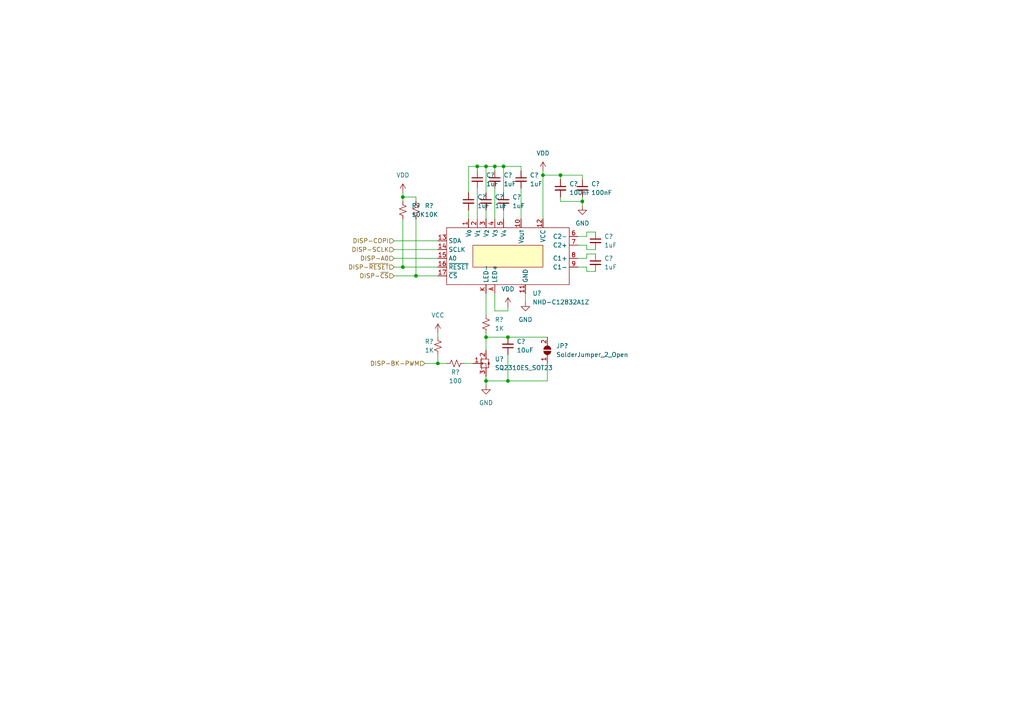
<source format=kicad_sch>
(kicad_sch (version 20211123) (generator eeschema)

  (uuid 20000b9b-92da-4263-a87a-2972e4486b2e)

  (paper "A4")

  (lib_symbols
    (symbol "Daxxn_Displays:NHD-C12832A1Z" (in_bom yes) (on_board yes)
      (property "Reference" "U" (id 0) (at 12.7 8.89 0)
        (effects (font (size 1.27 1.27)) (justify left))
      )
      (property "Value" "NHD-C12832A1Z" (id 1) (at 12.7 11.43 0)
        (effects (font (size 1.27 1.27)) (justify left))
      )
      (property "Footprint" "Daxxn_Displays:NHD-C12832A1Z" (id 2) (at 0 24.13 0)
        (effects (font (size 1.27 1.27)) hide)
      )
      (property "Datasheet" "C:\\Users\\Daxxn\\Documents\\Electrical\\Datasheets\\NHD-C12832A1Z.pdf" (id 3) (at 0 21.59 0)
        (effects (font (size 1.27 1.27)) hide)
      )
      (property "ki_keywords" "display lcd 3in" (id 4) (at 0 0 0)
        (effects (font (size 1.27 1.27)) hide)
      )
      (property "ki_description" "3in LCD Dot-Matrix Display" (id 5) (at 0 0 0)
        (effects (font (size 1.27 1.27)) hide)
      )
      (symbol "NHD-C12832A1Z_0_0"
        (pin power_in line (at -11.43 10.16 270) (length 2.54)
          (name "V_{0}" (effects (font (size 1.27 1.27))))
          (number "1" (effects (font (size 1.27 1.27))))
        )
        (pin power_in line (at 3.81 10.16 270) (length 2.54)
          (name "V_{OUT}" (effects (font (size 1.27 1.27))))
          (number "10" (effects (font (size 1.27 1.27))))
        )
        (pin power_in line (at 5.08 -11.43 90) (length 2.54)
          (name "GND" (effects (font (size 1.27 1.27))))
          (number "11" (effects (font (size 1.27 1.27))))
        )
        (pin power_in line (at 10.16 10.16 270) (length 2.54)
          (name "VCC" (effects (font (size 1.27 1.27))))
          (number "12" (effects (font (size 1.27 1.27))))
        )
        (pin bidirectional line (at -20.32 3.81 0) (length 2.54)
          (name "SDA" (effects (font (size 1.27 1.27))))
          (number "13" (effects (font (size 1.27 1.27))))
        )
        (pin input line (at -20.32 1.27 0) (length 2.54)
          (name "SCLK" (effects (font (size 1.27 1.27))))
          (number "14" (effects (font (size 1.27 1.27))))
        )
        (pin input line (at -20.32 -1.27 0) (length 2.54)
          (name "A0" (effects (font (size 1.27 1.27))))
          (number "15" (effects (font (size 1.27 1.27))))
        )
        (pin input line (at -20.32 -3.81 0) (length 2.54)
          (name "~{RESET}" (effects (font (size 1.27 1.27))))
          (number "16" (effects (font (size 1.27 1.27))))
        )
        (pin input line (at -20.32 -6.35 0) (length 2.54)
          (name "~{CS}" (effects (font (size 1.27 1.27))))
          (number "17" (effects (font (size 1.27 1.27))))
        )
        (pin power_in line (at -8.89 10.16 270) (length 2.54)
          (name "V_{1}" (effects (font (size 1.27 1.27))))
          (number "2" (effects (font (size 1.27 1.27))))
        )
        (pin power_in line (at -6.35 10.16 270) (length 2.54)
          (name "V_{2}" (effects (font (size 1.27 1.27))))
          (number "3" (effects (font (size 1.27 1.27))))
        )
        (pin power_in line (at -3.81 10.16 270) (length 2.54)
          (name "V_{3}" (effects (font (size 1.27 1.27))))
          (number "4" (effects (font (size 1.27 1.27))))
        )
        (pin power_in line (at -1.27 10.16 270) (length 2.54)
          (name "V_{4}" (effects (font (size 1.27 1.27))))
          (number "5" (effects (font (size 1.27 1.27))))
        )
        (pin power_in line (at 20.32 5.08 180) (length 2.54)
          (name "C2-" (effects (font (size 1.27 1.27))))
          (number "6" (effects (font (size 1.27 1.27))))
        )
        (pin power_in line (at 20.32 2.54 180) (length 2.54)
          (name "C2+" (effects (font (size 1.27 1.27))))
          (number "7" (effects (font (size 1.27 1.27))))
        )
        (pin power_in line (at 20.32 -1.27 180) (length 2.54)
          (name "C1+" (effects (font (size 1.27 1.27))))
          (number "8" (effects (font (size 1.27 1.27))))
        )
        (pin power_in line (at 20.32 -3.81 180) (length 2.54)
          (name "C1-" (effects (font (size 1.27 1.27))))
          (number "9" (effects (font (size 1.27 1.27))))
        )
        (pin power_in line (at -3.81 -11.43 90) (length 2.54)
          (name "LED+" (effects (font (size 1.27 1.27))))
          (number "A" (effects (font (size 1.27 1.27))))
        )
        (pin power_in line (at -6.35 -11.43 90) (length 2.54)
          (name "LED-" (effects (font (size 1.27 1.27))))
          (number "K" (effects (font (size 1.27 1.27))))
        )
      )
      (symbol "NHD-C12832A1Z_0_1"
        (rectangle (start -17.78 7.62) (end 17.78 -8.89)
          (stroke (width 0) (type default) (color 0 0 0 0))
          (fill (type none))
        )
        (rectangle (start -10.16 2.54) (end 10.16 -3.81)
          (stroke (width 0) (type default) (color 0 0 0 0))
          (fill (type background))
        )
      )
    )
    (symbol "Daxxn_Transistors:SQ2310ES_SOT23" (in_bom yes) (on_board yes)
      (property "Reference" "U" (id 0) (at 2.54 -1.27 0)
        (effects (font (size 1.27 1.27)) (justify left))
      )
      (property "Value" "SQ2310ES_SOT23" (id 1) (at 2.54 1.27 0)
        (effects (font (size 1.27 1.27)) (justify left))
      )
      (property "Footprint" "Package_TO_SOT_SMD:SOT-23" (id 2) (at 1.27 15.24 0)
        (effects (font (size 1.27 1.27)) hide)
      )
      (property "Datasheet" "C:\\Users\\Daxxn\\Documents\\Electrical\\Datasheets\\SQ2310ES.pdf" (id 3) (at 1.27 12.7 0)
        (effects (font (size 1.27 1.27)) hide)
      )
      (property "ki_keywords" "n-ch mosfet fet" (id 4) (at 0 0 0)
        (effects (font (size 1.27 1.27)) hide)
      )
      (property "ki_description" "N-Ch MOSFET" (id 5) (at 0 0 0)
        (effects (font (size 1.27 1.27)) hide)
      )
      (symbol "SQ2310ES_SOT23_0_0"
        (pin input line (at -2.54 0 0) (length 2.25)
          (name "G" (effects (font (size 0 0))))
          (number "1" (effects (font (size 1.27 1.27))))
        )
        (pin bidirectional line (at 1.27 3.81 270) (length 2.54)
          (name "S" (effects (font (size 0 0))))
          (number "2" (effects (font (size 1.27 1.27))))
        )
        (pin bidirectional line (at 1.27 -3.81 90) (length 2.54)
          (name "D" (effects (font (size 0 0))))
          (number "3" (effects (font (size 1.27 1.27))))
        )
      )
      (symbol "SQ2310ES_SOT23_0_1"
        (polyline
          (pts
            (xy -0.254 -1.27)
            (xy -0.254 1.27)
          )
          (stroke (width 0) (type default) (color 0 0 0 0))
          (fill (type none))
        )
        (polyline
          (pts
            (xy 0 -1.778)
            (xy 0 -0.762)
          )
          (stroke (width 0) (type default) (color 0 0 0 0))
          (fill (type none))
        )
        (polyline
          (pts
            (xy 0 -0.508)
            (xy 0 0.508)
          )
          (stroke (width 0) (type default) (color 0 0 0 0))
          (fill (type none))
        )
        (polyline
          (pts
            (xy 0 1.778)
            (xy 0 0.762)
          )
          (stroke (width 0) (type default) (color 0 0 0 0))
          (fill (type none))
        )
        (polyline
          (pts
            (xy 1.778 0.254)
            (xy 2.286 0.254)
          )
          (stroke (width 0) (type default) (color 0 0 0 0))
          (fill (type none))
        )
        (polyline
          (pts
            (xy 0 -1.27)
            (xy 1.27 -1.27)
            (xy 1.27 -1.27)
          )
          (stroke (width 0) (type default) (color 0 0 0 0))
          (fill (type none))
        )
        (polyline
          (pts
            (xy 0 1.27)
            (xy 1.27 1.27)
            (xy 1.27 1.27)
          )
          (stroke (width 0) (type default) (color 0 0 0 0))
          (fill (type none))
        )
        (polyline
          (pts
            (xy 1.27 -1.27)
            (xy 1.27 0)
            (xy 0 0)
          )
          (stroke (width 0) (type default) (color 0 0 0 0))
          (fill (type none))
        )
        (polyline
          (pts
            (xy 0 0)
            (xy 0.254 0.254)
            (xy 0.254 -0.254)
            (xy 0 0)
          )
          (stroke (width 0) (type default) (color 0 0 0 0))
          (fill (type none))
        )
        (polyline
          (pts
            (xy 1.27 -1.27)
            (xy 2.032 -1.27)
            (xy 2.032 1.27)
            (xy 1.27 1.27)
          )
          (stroke (width 0) (type default) (color 0 0 0 0))
          (fill (type none))
        )
        (polyline
          (pts
            (xy 2.032 0.254)
            (xy 1.778 -0.254)
            (xy 2.286 -0.254)
            (xy 2.032 0.254)
          )
          (stroke (width 0) (type default) (color 0 0 0 0))
          (fill (type outline))
        )
      )
    )
    (symbol "Device:C_Small" (pin_numbers hide) (pin_names (offset 0.254) hide) (in_bom yes) (on_board yes)
      (property "Reference" "C" (id 0) (at 0.254 1.778 0)
        (effects (font (size 1.27 1.27)) (justify left))
      )
      (property "Value" "C_Small" (id 1) (at 0.254 -2.032 0)
        (effects (font (size 1.27 1.27)) (justify left))
      )
      (property "Footprint" "" (id 2) (at 0 0 0)
        (effects (font (size 1.27 1.27)) hide)
      )
      (property "Datasheet" "~" (id 3) (at 0 0 0)
        (effects (font (size 1.27 1.27)) hide)
      )
      (property "ki_keywords" "capacitor cap" (id 4) (at 0 0 0)
        (effects (font (size 1.27 1.27)) hide)
      )
      (property "ki_description" "Unpolarized capacitor, small symbol" (id 5) (at 0 0 0)
        (effects (font (size 1.27 1.27)) hide)
      )
      (property "ki_fp_filters" "C_*" (id 6) (at 0 0 0)
        (effects (font (size 1.27 1.27)) hide)
      )
      (symbol "C_Small_0_1"
        (polyline
          (pts
            (xy -1.524 -0.508)
            (xy 1.524 -0.508)
          )
          (stroke (width 0.3302) (type default) (color 0 0 0 0))
          (fill (type none))
        )
        (polyline
          (pts
            (xy -1.524 0.508)
            (xy 1.524 0.508)
          )
          (stroke (width 0.3048) (type default) (color 0 0 0 0))
          (fill (type none))
        )
      )
      (symbol "C_Small_1_1"
        (pin passive line (at 0 2.54 270) (length 2.032)
          (name "~" (effects (font (size 1.27 1.27))))
          (number "1" (effects (font (size 1.27 1.27))))
        )
        (pin passive line (at 0 -2.54 90) (length 2.032)
          (name "~" (effects (font (size 1.27 1.27))))
          (number "2" (effects (font (size 1.27 1.27))))
        )
      )
    )
    (symbol "Device:R_Small_US" (pin_numbers hide) (pin_names (offset 0.254) hide) (in_bom yes) (on_board yes)
      (property "Reference" "R" (id 0) (at 0.762 0.508 0)
        (effects (font (size 1.27 1.27)) (justify left))
      )
      (property "Value" "R_Small_US" (id 1) (at 0.762 -1.016 0)
        (effects (font (size 1.27 1.27)) (justify left))
      )
      (property "Footprint" "" (id 2) (at 0 0 0)
        (effects (font (size 1.27 1.27)) hide)
      )
      (property "Datasheet" "~" (id 3) (at 0 0 0)
        (effects (font (size 1.27 1.27)) hide)
      )
      (property "ki_keywords" "r resistor" (id 4) (at 0 0 0)
        (effects (font (size 1.27 1.27)) hide)
      )
      (property "ki_description" "Resistor, small US symbol" (id 5) (at 0 0 0)
        (effects (font (size 1.27 1.27)) hide)
      )
      (property "ki_fp_filters" "R_*" (id 6) (at 0 0 0)
        (effects (font (size 1.27 1.27)) hide)
      )
      (symbol "R_Small_US_1_1"
        (polyline
          (pts
            (xy 0 0)
            (xy 1.016 -0.381)
            (xy 0 -0.762)
            (xy -1.016 -1.143)
            (xy 0 -1.524)
          )
          (stroke (width 0) (type default) (color 0 0 0 0))
          (fill (type none))
        )
        (polyline
          (pts
            (xy 0 1.524)
            (xy 1.016 1.143)
            (xy 0 0.762)
            (xy -1.016 0.381)
            (xy 0 0)
          )
          (stroke (width 0) (type default) (color 0 0 0 0))
          (fill (type none))
        )
        (pin passive line (at 0 2.54 270) (length 1.016)
          (name "~" (effects (font (size 1.27 1.27))))
          (number "1" (effects (font (size 1.27 1.27))))
        )
        (pin passive line (at 0 -2.54 90) (length 1.016)
          (name "~" (effects (font (size 1.27 1.27))))
          (number "2" (effects (font (size 1.27 1.27))))
        )
      )
    )
    (symbol "Jumper:SolderJumper_2_Open" (pin_names (offset 0) hide) (in_bom yes) (on_board yes)
      (property "Reference" "JP" (id 0) (at 0 2.032 0)
        (effects (font (size 1.27 1.27)))
      )
      (property "Value" "SolderJumper_2_Open" (id 1) (at 0 -2.54 0)
        (effects (font (size 1.27 1.27)))
      )
      (property "Footprint" "" (id 2) (at 0 0 0)
        (effects (font (size 1.27 1.27)) hide)
      )
      (property "Datasheet" "~" (id 3) (at 0 0 0)
        (effects (font (size 1.27 1.27)) hide)
      )
      (property "ki_keywords" "solder jumper SPST" (id 4) (at 0 0 0)
        (effects (font (size 1.27 1.27)) hide)
      )
      (property "ki_description" "Solder Jumper, 2-pole, open" (id 5) (at 0 0 0)
        (effects (font (size 1.27 1.27)) hide)
      )
      (property "ki_fp_filters" "SolderJumper*Open*" (id 6) (at 0 0 0)
        (effects (font (size 1.27 1.27)) hide)
      )
      (symbol "SolderJumper_2_Open_0_1"
        (arc (start -0.254 1.016) (mid -1.27 0) (end -0.254 -1.016)
          (stroke (width 0) (type default) (color 0 0 0 0))
          (fill (type none))
        )
        (arc (start -0.254 1.016) (mid -1.27 0) (end -0.254 -1.016)
          (stroke (width 0) (type default) (color 0 0 0 0))
          (fill (type outline))
        )
        (polyline
          (pts
            (xy -0.254 1.016)
            (xy -0.254 -1.016)
          )
          (stroke (width 0) (type default) (color 0 0 0 0))
          (fill (type none))
        )
        (polyline
          (pts
            (xy 0.254 1.016)
            (xy 0.254 -1.016)
          )
          (stroke (width 0) (type default) (color 0 0 0 0))
          (fill (type none))
        )
        (arc (start 0.254 -1.016) (mid 1.27 0) (end 0.254 1.016)
          (stroke (width 0) (type default) (color 0 0 0 0))
          (fill (type none))
        )
        (arc (start 0.254 -1.016) (mid 1.27 0) (end 0.254 1.016)
          (stroke (width 0) (type default) (color 0 0 0 0))
          (fill (type outline))
        )
      )
      (symbol "SolderJumper_2_Open_1_1"
        (pin passive line (at -3.81 0 0) (length 2.54)
          (name "A" (effects (font (size 1.27 1.27))))
          (number "1" (effects (font (size 1.27 1.27))))
        )
        (pin passive line (at 3.81 0 180) (length 2.54)
          (name "B" (effects (font (size 1.27 1.27))))
          (number "2" (effects (font (size 1.27 1.27))))
        )
      )
    )
    (symbol "power:GND" (power) (pin_names (offset 0)) (in_bom yes) (on_board yes)
      (property "Reference" "#PWR" (id 0) (at 0 -6.35 0)
        (effects (font (size 1.27 1.27)) hide)
      )
      (property "Value" "GND" (id 1) (at 0 -3.81 0)
        (effects (font (size 1.27 1.27)))
      )
      (property "Footprint" "" (id 2) (at 0 0 0)
        (effects (font (size 1.27 1.27)) hide)
      )
      (property "Datasheet" "" (id 3) (at 0 0 0)
        (effects (font (size 1.27 1.27)) hide)
      )
      (property "ki_keywords" "power-flag" (id 4) (at 0 0 0)
        (effects (font (size 1.27 1.27)) hide)
      )
      (property "ki_description" "Power symbol creates a global label with name \"GND\" , ground" (id 5) (at 0 0 0)
        (effects (font (size 1.27 1.27)) hide)
      )
      (symbol "GND_0_1"
        (polyline
          (pts
            (xy 0 0)
            (xy 0 -1.27)
            (xy 1.27 -1.27)
            (xy 0 -2.54)
            (xy -1.27 -1.27)
            (xy 0 -1.27)
          )
          (stroke (width 0) (type default) (color 0 0 0 0))
          (fill (type none))
        )
      )
      (symbol "GND_1_1"
        (pin power_in line (at 0 0 270) (length 0) hide
          (name "GND" (effects (font (size 1.27 1.27))))
          (number "1" (effects (font (size 1.27 1.27))))
        )
      )
    )
    (symbol "power:VCC" (power) (pin_names (offset 0)) (in_bom yes) (on_board yes)
      (property "Reference" "#PWR" (id 0) (at 0 -3.81 0)
        (effects (font (size 1.27 1.27)) hide)
      )
      (property "Value" "VCC" (id 1) (at 0 3.81 0)
        (effects (font (size 1.27 1.27)))
      )
      (property "Footprint" "" (id 2) (at 0 0 0)
        (effects (font (size 1.27 1.27)) hide)
      )
      (property "Datasheet" "" (id 3) (at 0 0 0)
        (effects (font (size 1.27 1.27)) hide)
      )
      (property "ki_keywords" "power-flag" (id 4) (at 0 0 0)
        (effects (font (size 1.27 1.27)) hide)
      )
      (property "ki_description" "Power symbol creates a global label with name \"VCC\"" (id 5) (at 0 0 0)
        (effects (font (size 1.27 1.27)) hide)
      )
      (symbol "VCC_0_1"
        (polyline
          (pts
            (xy -0.762 1.27)
            (xy 0 2.54)
          )
          (stroke (width 0) (type default) (color 0 0 0 0))
          (fill (type none))
        )
        (polyline
          (pts
            (xy 0 0)
            (xy 0 2.54)
          )
          (stroke (width 0) (type default) (color 0 0 0 0))
          (fill (type none))
        )
        (polyline
          (pts
            (xy 0 2.54)
            (xy 0.762 1.27)
          )
          (stroke (width 0) (type default) (color 0 0 0 0))
          (fill (type none))
        )
      )
      (symbol "VCC_1_1"
        (pin power_in line (at 0 0 90) (length 0) hide
          (name "VCC" (effects (font (size 1.27 1.27))))
          (number "1" (effects (font (size 1.27 1.27))))
        )
      )
    )
    (symbol "power:VDD" (power) (pin_names (offset 0)) (in_bom yes) (on_board yes)
      (property "Reference" "#PWR" (id 0) (at 0 -3.81 0)
        (effects (font (size 1.27 1.27)) hide)
      )
      (property "Value" "VDD" (id 1) (at 0 3.81 0)
        (effects (font (size 1.27 1.27)))
      )
      (property "Footprint" "" (id 2) (at 0 0 0)
        (effects (font (size 1.27 1.27)) hide)
      )
      (property "Datasheet" "" (id 3) (at 0 0 0)
        (effects (font (size 1.27 1.27)) hide)
      )
      (property "ki_keywords" "power-flag" (id 4) (at 0 0 0)
        (effects (font (size 1.27 1.27)) hide)
      )
      (property "ki_description" "Power symbol creates a global label with name \"VDD\"" (id 5) (at 0 0 0)
        (effects (font (size 1.27 1.27)) hide)
      )
      (symbol "VDD_0_1"
        (polyline
          (pts
            (xy -0.762 1.27)
            (xy 0 2.54)
          )
          (stroke (width 0) (type default) (color 0 0 0 0))
          (fill (type none))
        )
        (polyline
          (pts
            (xy 0 0)
            (xy 0 2.54)
          )
          (stroke (width 0) (type default) (color 0 0 0 0))
          (fill (type none))
        )
        (polyline
          (pts
            (xy 0 2.54)
            (xy 0.762 1.27)
          )
          (stroke (width 0) (type default) (color 0 0 0 0))
          (fill (type none))
        )
      )
      (symbol "VDD_1_1"
        (pin power_in line (at 0 0 90) (length 0) hide
          (name "VDD" (effects (font (size 1.27 1.27))))
          (number "1" (effects (font (size 1.27 1.27))))
        )
      )
    )
  )

  (junction (at 146.05 48.26) (diameter 0) (color 0 0 0 0)
    (uuid 0440611f-6167-4852-bc53-75e129662c84)
  )
  (junction (at 143.51 48.26) (diameter 0) (color 0 0 0 0)
    (uuid 0b949131-c3f8-4b99-8542-75977aeef5b0)
  )
  (junction (at 127 105.41) (diameter 0) (color 0 0 0 0)
    (uuid 10624173-e3ab-4f4a-9e75-5b23416c9a83)
  )
  (junction (at 116.84 57.15) (diameter 0) (color 0 0 0 0)
    (uuid 1ca94ea7-22ff-4d81-933c-aaaba941639a)
  )
  (junction (at 140.97 110.49) (diameter 0) (color 0 0 0 0)
    (uuid 3273a8d9-bc9b-4138-bc4a-f1e1fcb99769)
  )
  (junction (at 138.43 48.26) (diameter 0) (color 0 0 0 0)
    (uuid 594ebf8e-d134-4c39-8fa9-752839ad7a01)
  )
  (junction (at 147.32 97.79) (diameter 0) (color 0 0 0 0)
    (uuid 63ed4cf3-b316-479d-a929-9af3d9b44777)
  )
  (junction (at 116.84 77.47) (diameter 0) (color 0 0 0 0)
    (uuid 74d3d65a-5184-49ff-af58-4a7504997496)
  )
  (junction (at 140.97 97.79) (diameter 0) (color 0 0 0 0)
    (uuid 8cc0d858-7f3f-4fe9-a80c-cb655e91c6f7)
  )
  (junction (at 120.65 80.01) (diameter 0) (color 0 0 0 0)
    (uuid a9a47081-8079-4d0f-97c7-13ae119e5896)
  )
  (junction (at 147.32 110.49) (diameter 0) (color 0 0 0 0)
    (uuid ace69c27-757f-432b-9803-47555dc276ca)
  )
  (junction (at 140.97 48.26) (diameter 0) (color 0 0 0 0)
    (uuid b95080d1-c87e-4924-8839-27afa9eda303)
  )
  (junction (at 168.91 58.42) (diameter 0) (color 0 0 0 0)
    (uuid bd5511f6-0478-43f8-b65e-a551a1c53a9c)
  )
  (junction (at 157.48 50.8) (diameter 0) (color 0 0 0 0)
    (uuid ec2c410f-f689-4b03-bfca-024258e69d5c)
  )
  (junction (at 162.56 50.8) (diameter 0) (color 0 0 0 0)
    (uuid ed27f446-fd87-4eaa-b14f-f9d9e69ab54f)
  )

  (wire (pts (xy 147.32 97.79) (xy 158.75 97.79))
    (stroke (width 0) (type default) (color 0 0 0 0))
    (uuid 01007ec6-f10b-4872-8185-62d56c30ed22)
  )
  (wire (pts (xy 147.32 102.87) (xy 147.32 110.49))
    (stroke (width 0) (type default) (color 0 0 0 0))
    (uuid 0267cc0b-4495-468c-a6d9-5cc2176351d2)
  )
  (wire (pts (xy 114.3 74.93) (xy 127 74.93))
    (stroke (width 0) (type default) (color 0 0 0 0))
    (uuid 04edfe32-a10f-48ee-b895-2ae89a755e31)
  )
  (wire (pts (xy 140.97 48.26) (xy 143.51 48.26))
    (stroke (width 0) (type default) (color 0 0 0 0))
    (uuid 08e124b5-7347-4dcf-82da-e03df6b479ab)
  )
  (wire (pts (xy 114.3 72.39) (xy 127 72.39))
    (stroke (width 0) (type default) (color 0 0 0 0))
    (uuid 0dbc8af1-67a5-4413-bc2f-96a235270bfb)
  )
  (wire (pts (xy 146.05 48.26) (xy 151.13 48.26))
    (stroke (width 0) (type default) (color 0 0 0 0))
    (uuid 12b8917b-4e87-4844-8d09-0aab8ede4046)
  )
  (wire (pts (xy 168.91 58.42) (xy 168.91 59.69))
    (stroke (width 0) (type default) (color 0 0 0 0))
    (uuid 144ea06f-9255-4dde-acd9-9030c88b5fab)
  )
  (wire (pts (xy 120.65 58.42) (xy 120.65 57.15))
    (stroke (width 0) (type default) (color 0 0 0 0))
    (uuid 147f0a84-b7e2-4fe2-b81f-a45b6393149a)
  )
  (wire (pts (xy 170.18 67.31) (xy 172.72 67.31))
    (stroke (width 0) (type default) (color 0 0 0 0))
    (uuid 1bcec0c7-b6dc-446c-8ee3-b3cd110b4ab9)
  )
  (wire (pts (xy 170.18 77.47) (xy 170.18 78.74))
    (stroke (width 0) (type default) (color 0 0 0 0))
    (uuid 1c64ec78-00cd-42e2-a074-3d8db80a17ec)
  )
  (wire (pts (xy 170.18 71.12) (xy 170.18 72.39))
    (stroke (width 0) (type default) (color 0 0 0 0))
    (uuid 1dc7f6b2-7045-488a-bdd8-899bd006c2af)
  )
  (wire (pts (xy 138.43 48.26) (xy 140.97 48.26))
    (stroke (width 0) (type default) (color 0 0 0 0))
    (uuid 1e014ac3-78a8-47a1-96de-754b0065ecc4)
  )
  (wire (pts (xy 143.51 48.26) (xy 146.05 48.26))
    (stroke (width 0) (type default) (color 0 0 0 0))
    (uuid 2240ce69-f027-4c85-93ea-ed7b156f6993)
  )
  (wire (pts (xy 120.65 57.15) (xy 116.84 57.15))
    (stroke (width 0) (type default) (color 0 0 0 0))
    (uuid 2c3a3381-6b6c-45dc-a184-06771551cb5e)
  )
  (wire (pts (xy 120.65 63.5) (xy 120.65 80.01))
    (stroke (width 0) (type default) (color 0 0 0 0))
    (uuid 2e5a9bf8-5849-4d1d-978a-68cd34d128a3)
  )
  (wire (pts (xy 135.89 60.96) (xy 135.89 63.5))
    (stroke (width 0) (type default) (color 0 0 0 0))
    (uuid 310b8347-1af2-4380-a3bc-2da20aec54e7)
  )
  (wire (pts (xy 157.48 49.53) (xy 157.48 50.8))
    (stroke (width 0) (type default) (color 0 0 0 0))
    (uuid 31e5c797-5da8-46dd-9052-890d64f55b53)
  )
  (wire (pts (xy 143.51 85.09) (xy 143.51 90.17))
    (stroke (width 0) (type default) (color 0 0 0 0))
    (uuid 325e2472-3987-4c4c-998b-1df3ee1ac64a)
  )
  (wire (pts (xy 167.64 77.47) (xy 170.18 77.47))
    (stroke (width 0) (type default) (color 0 0 0 0))
    (uuid 33c8b264-368b-44be-8c24-980b8db25a05)
  )
  (wire (pts (xy 143.51 48.26) (xy 143.51 49.53))
    (stroke (width 0) (type default) (color 0 0 0 0))
    (uuid 36f0b531-0040-4556-abda-22354e88f731)
  )
  (wire (pts (xy 140.97 48.26) (xy 140.97 55.88))
    (stroke (width 0) (type default) (color 0 0 0 0))
    (uuid 371c1252-7ee2-4d8c-a365-d62f6d8ab2b0)
  )
  (wire (pts (xy 158.75 105.41) (xy 158.75 110.49))
    (stroke (width 0) (type default) (color 0 0 0 0))
    (uuid 3cf7259a-09b2-4c5b-ad90-334c9b75d1f7)
  )
  (wire (pts (xy 146.05 60.96) (xy 146.05 63.5))
    (stroke (width 0) (type default) (color 0 0 0 0))
    (uuid 3d688c35-e257-4ba5-9928-b705a4a47a02)
  )
  (wire (pts (xy 168.91 58.42) (xy 168.91 57.15))
    (stroke (width 0) (type default) (color 0 0 0 0))
    (uuid 3ed58ef3-64da-4d1e-988d-beac654cd7c1)
  )
  (wire (pts (xy 157.48 50.8) (xy 157.48 63.5))
    (stroke (width 0) (type default) (color 0 0 0 0))
    (uuid 4206ee3c-0a26-4a5b-8613-d8d6cdb13833)
  )
  (wire (pts (xy 170.18 74.93) (xy 170.18 73.66))
    (stroke (width 0) (type default) (color 0 0 0 0))
    (uuid 47aac5c5-9dc8-4c44-bc1f-275242ebd73d)
  )
  (wire (pts (xy 162.56 50.8) (xy 157.48 50.8))
    (stroke (width 0) (type default) (color 0 0 0 0))
    (uuid 49e4acad-2ebb-4831-b356-e9c81d6067b5)
  )
  (wire (pts (xy 140.97 97.79) (xy 140.97 101.6))
    (stroke (width 0) (type default) (color 0 0 0 0))
    (uuid 4c2214de-3c8b-414f-840a-3783e1c13721)
  )
  (wire (pts (xy 167.64 68.58) (xy 170.18 68.58))
    (stroke (width 0) (type default) (color 0 0 0 0))
    (uuid 5df16752-804e-4bb0-868f-2953f6695392)
  )
  (wire (pts (xy 135.89 48.26) (xy 138.43 48.26))
    (stroke (width 0) (type default) (color 0 0 0 0))
    (uuid 5ff0a083-39ec-4147-b3c1-b396a5d0261c)
  )
  (wire (pts (xy 143.51 90.17) (xy 147.32 90.17))
    (stroke (width 0) (type default) (color 0 0 0 0))
    (uuid 60cf4ad9-cb1f-47e9-81c8-f8adb5bf1eaa)
  )
  (wire (pts (xy 138.43 48.26) (xy 138.43 49.53))
    (stroke (width 0) (type default) (color 0 0 0 0))
    (uuid 6340ec81-2d9b-499b-a88d-d9dee0477e2b)
  )
  (wire (pts (xy 151.13 48.26) (xy 151.13 49.53))
    (stroke (width 0) (type default) (color 0 0 0 0))
    (uuid 6493ffc9-71c8-4b32-8e79-9c2bad9a356f)
  )
  (wire (pts (xy 120.65 80.01) (xy 127 80.01))
    (stroke (width 0) (type default) (color 0 0 0 0))
    (uuid 68ad1b68-c59c-4203-b33e-c8b11d0b6770)
  )
  (wire (pts (xy 116.84 57.15) (xy 116.84 58.42))
    (stroke (width 0) (type default) (color 0 0 0 0))
    (uuid 6ff44534-0fed-4d9c-a6b5-09f98264c5fd)
  )
  (wire (pts (xy 170.18 73.66) (xy 172.72 73.66))
    (stroke (width 0) (type default) (color 0 0 0 0))
    (uuid 713f2199-6f89-42e6-b4ef-676ccd6bc52e)
  )
  (wire (pts (xy 140.97 60.96) (xy 140.97 63.5))
    (stroke (width 0) (type default) (color 0 0 0 0))
    (uuid 7f472482-17c5-4335-aea6-e0e41a1a4144)
  )
  (wire (pts (xy 134.62 105.41) (xy 137.16 105.41))
    (stroke (width 0) (type default) (color 0 0 0 0))
    (uuid 7f8b3b30-2027-44bc-991f-10b499e103d0)
  )
  (wire (pts (xy 167.64 71.12) (xy 170.18 71.12))
    (stroke (width 0) (type default) (color 0 0 0 0))
    (uuid 810033ab-bfd2-498f-81ae-3f2210b07359)
  )
  (wire (pts (xy 140.97 97.79) (xy 147.32 97.79))
    (stroke (width 0) (type default) (color 0 0 0 0))
    (uuid 83f23a64-3e86-4835-b844-c2deee9a88e3)
  )
  (wire (pts (xy 162.56 58.42) (xy 168.91 58.42))
    (stroke (width 0) (type default) (color 0 0 0 0))
    (uuid 8d70c43e-2779-46cb-9e49-006dcba1e389)
  )
  (wire (pts (xy 116.84 55.88) (xy 116.84 57.15))
    (stroke (width 0) (type default) (color 0 0 0 0))
    (uuid 8e108e53-0f5f-49cb-8aea-4cfc8f880a35)
  )
  (wire (pts (xy 135.89 55.88) (xy 135.89 48.26))
    (stroke (width 0) (type default) (color 0 0 0 0))
    (uuid 8ff31622-a35b-46cb-af65-87a9648cda97)
  )
  (wire (pts (xy 114.3 69.85) (xy 127 69.85))
    (stroke (width 0) (type default) (color 0 0 0 0))
    (uuid 9091a2fe-00cc-402d-a6c6-95ea29a8e9e8)
  )
  (wire (pts (xy 140.97 85.09) (xy 140.97 91.44))
    (stroke (width 0) (type default) (color 0 0 0 0))
    (uuid 9315eba2-4da1-4e44-9e9c-f40b4ed9ef37)
  )
  (wire (pts (xy 123.19 105.41) (xy 127 105.41))
    (stroke (width 0) (type default) (color 0 0 0 0))
    (uuid 94f76de5-b6ae-43d2-ad4b-9abe06c619aa)
  )
  (wire (pts (xy 158.75 110.49) (xy 147.32 110.49))
    (stroke (width 0) (type default) (color 0 0 0 0))
    (uuid 980017a9-11cb-4e89-b878-36b19134b65e)
  )
  (wire (pts (xy 168.91 52.07) (xy 168.91 50.8))
    (stroke (width 0) (type default) (color 0 0 0 0))
    (uuid 994d4ce5-0fa1-4e99-b849-fbddcc684eb7)
  )
  (wire (pts (xy 151.13 54.61) (xy 151.13 63.5))
    (stroke (width 0) (type default) (color 0 0 0 0))
    (uuid 9ad0d6e1-2d1b-4629-ab33-2e6c961b6fc8)
  )
  (wire (pts (xy 143.51 54.61) (xy 143.51 63.5))
    (stroke (width 0) (type default) (color 0 0 0 0))
    (uuid 9af709a1-7987-481e-adbf-57fc182c9dce)
  )
  (wire (pts (xy 116.84 63.5) (xy 116.84 77.47))
    (stroke (width 0) (type default) (color 0 0 0 0))
    (uuid aed9ab23-3e69-4ee9-973b-8d07acbb495a)
  )
  (wire (pts (xy 140.97 109.22) (xy 140.97 110.49))
    (stroke (width 0) (type default) (color 0 0 0 0))
    (uuid b08bba2b-6a01-4b93-a439-56e64aa4cc03)
  )
  (wire (pts (xy 162.56 50.8) (xy 162.56 52.07))
    (stroke (width 0) (type default) (color 0 0 0 0))
    (uuid b2ea5527-7f33-4804-95d9-87b69c4a5c4c)
  )
  (wire (pts (xy 120.65 80.01) (xy 114.3 80.01))
    (stroke (width 0) (type default) (color 0 0 0 0))
    (uuid b4a16a7f-e671-4143-aa05-1eeb48e0ed55)
  )
  (wire (pts (xy 152.4 85.09) (xy 152.4 87.63))
    (stroke (width 0) (type default) (color 0 0 0 0))
    (uuid ba276d0f-d260-4be0-8ce9-e1816989c3c2)
  )
  (wire (pts (xy 116.84 77.47) (xy 127 77.47))
    (stroke (width 0) (type default) (color 0 0 0 0))
    (uuid bf5b2cf6-5e9b-4a93-94db-0b10d74ddc7a)
  )
  (wire (pts (xy 116.84 77.47) (xy 114.3 77.47))
    (stroke (width 0) (type default) (color 0 0 0 0))
    (uuid c0491c46-8318-4f53-a1af-64967c0e2c78)
  )
  (wire (pts (xy 147.32 110.49) (xy 140.97 110.49))
    (stroke (width 0) (type default) (color 0 0 0 0))
    (uuid c38a733f-659b-4aad-8885-307ac4bb368e)
  )
  (wire (pts (xy 140.97 97.79) (xy 140.97 96.52))
    (stroke (width 0) (type default) (color 0 0 0 0))
    (uuid c8328e49-2315-4695-a26f-bb5e7223dcf5)
  )
  (wire (pts (xy 147.32 88.9) (xy 147.32 90.17))
    (stroke (width 0) (type default) (color 0 0 0 0))
    (uuid cb6dbc4c-6917-4119-84e3-c4fdf561464d)
  )
  (wire (pts (xy 138.43 54.61) (xy 138.43 63.5))
    (stroke (width 0) (type default) (color 0 0 0 0))
    (uuid d0749e56-8a88-4269-ab32-41939c8959a0)
  )
  (wire (pts (xy 127 102.87) (xy 127 105.41))
    (stroke (width 0) (type default) (color 0 0 0 0))
    (uuid d4175081-937e-493f-be1a-1718e4882f28)
  )
  (wire (pts (xy 170.18 72.39) (xy 172.72 72.39))
    (stroke (width 0) (type default) (color 0 0 0 0))
    (uuid d8d9c817-5098-476a-afdf-64ce989de3e8)
  )
  (wire (pts (xy 146.05 48.26) (xy 146.05 55.88))
    (stroke (width 0) (type default) (color 0 0 0 0))
    (uuid da56f4dd-cd7a-44f6-9354-eec0e94521d9)
  )
  (wire (pts (xy 170.18 78.74) (xy 172.72 78.74))
    (stroke (width 0) (type default) (color 0 0 0 0))
    (uuid de24b230-9f6b-4a84-bc01-6aa7fa3f13a9)
  )
  (wire (pts (xy 127 105.41) (xy 129.54 105.41))
    (stroke (width 0) (type default) (color 0 0 0 0))
    (uuid e3c535d6-4a64-4e69-ac78-a04847ef13d6)
  )
  (wire (pts (xy 167.64 74.93) (xy 170.18 74.93))
    (stroke (width 0) (type default) (color 0 0 0 0))
    (uuid e7a962a2-77a3-4865-933e-44168cc43c46)
  )
  (wire (pts (xy 162.56 57.15) (xy 162.56 58.42))
    (stroke (width 0) (type default) (color 0 0 0 0))
    (uuid e97d4558-afbf-4e38-89bc-869c4c94dc44)
  )
  (wire (pts (xy 170.18 68.58) (xy 170.18 67.31))
    (stroke (width 0) (type default) (color 0 0 0 0))
    (uuid eea6c398-6aa1-407a-816e-7117d3aee7b3)
  )
  (wire (pts (xy 140.97 110.49) (xy 140.97 111.76))
    (stroke (width 0) (type default) (color 0 0 0 0))
    (uuid fc7155cb-028c-4a70-a65d-501cc24b366a)
  )
  (wire (pts (xy 127 96.52) (xy 127 97.79))
    (stroke (width 0) (type default) (color 0 0 0 0))
    (uuid febde9bc-f281-4c90-97ec-7b4344140510)
  )
  (wire (pts (xy 168.91 50.8) (xy 162.56 50.8))
    (stroke (width 0) (type default) (color 0 0 0 0))
    (uuid fed24ada-f3cc-46da-ad5f-376122b1542a)
  )

  (hierarchical_label "DISP-SCLK" (shape input) (at 114.3 72.39 180)
    (effects (font (size 1.27 1.27)) (justify right))
    (uuid 2fa9ebee-05c0-4e38-80ea-2a88bde86b93)
  )
  (hierarchical_label "DISP-~{CS}" (shape input) (at 114.3 80.01 180)
    (effects (font (size 1.27 1.27)) (justify right))
    (uuid 3fbdee38-8dde-4999-a7c7-f0655fe2626f)
  )
  (hierarchical_label "DISP-COPI" (shape input) (at 114.3 69.85 180)
    (effects (font (size 1.27 1.27)) (justify right))
    (uuid 5db5851f-21f2-412d-a711-37951730f661)
  )
  (hierarchical_label "DISP-BK-PWM" (shape input) (at 123.19 105.41 180)
    (effects (font (size 1.27 1.27)) (justify right))
    (uuid 67403c40-4b48-4e0e-bd0e-13732142f3a9)
  )
  (hierarchical_label "DISP-A0" (shape input) (at 114.3 74.93 180)
    (effects (font (size 1.27 1.27)) (justify right))
    (uuid 8f9d19d0-80d3-43f1-b550-8023e692d698)
  )
  (hierarchical_label "DISP-~{RESET}" (shape input) (at 114.3 77.47 180)
    (effects (font (size 1.27 1.27)) (justify right))
    (uuid f2f99378-a6bf-4ba2-b4e0-59dfe4166703)
  )

  (symbol (lib_id "power:VDD") (at 157.48 49.53 0) (unit 1)
    (in_bom yes) (on_board yes) (fields_autoplaced)
    (uuid 037acfac-3ca2-497b-9235-08883cc557e4)
    (property "Reference" "#PWR?" (id 0) (at 157.48 53.34 0)
      (effects (font (size 1.27 1.27)) hide)
    )
    (property "Value" "VDD" (id 1) (at 157.48 44.45 0))
    (property "Footprint" "" (id 2) (at 157.48 49.53 0)
      (effects (font (size 1.27 1.27)) hide)
    )
    (property "Datasheet" "" (id 3) (at 157.48 49.53 0)
      (effects (font (size 1.27 1.27)) hide)
    )
    (pin "1" (uuid fd005ade-bd6d-49ce-83a1-3e1e427e79be))
  )

  (symbol (lib_id "Device:C_Small") (at 140.97 58.42 0) (unit 1)
    (in_bom yes) (on_board yes) (fields_autoplaced)
    (uuid 100a0c66-f331-4142-8112-47e259e544fd)
    (property "Reference" "C?" (id 0) (at 143.51 57.1562 0)
      (effects (font (size 1.27 1.27)) (justify left))
    )
    (property "Value" "1uF" (id 1) (at 143.51 59.6962 0)
      (effects (font (size 1.27 1.27)) (justify left))
    )
    (property "Footprint" "Capacitor_SMD:C_1210_3225Metric" (id 2) (at 140.97 58.42 0)
      (effects (font (size 1.27 1.27)) hide)
    )
    (property "Datasheet" "~" (id 3) (at 140.97 58.42 0)
      (effects (font (size 1.27 1.27)) hide)
    )
    (pin "1" (uuid 46aac4e9-196a-4b03-8c74-d05cdaea3850))
    (pin "2" (uuid 52389246-1d70-4a55-abd7-3a2ecc0729b7))
  )

  (symbol (lib_id "Jumper:SolderJumper_2_Open") (at 158.75 101.6 90) (unit 1)
    (in_bom yes) (on_board yes) (fields_autoplaced)
    (uuid 1ece84b8-340a-4e17-9886-4a0829e529cd)
    (property "Reference" "JP?" (id 0) (at 161.29 100.3299 90)
      (effects (font (size 1.27 1.27)) (justify right))
    )
    (property "Value" "SolderJumper_2_Open" (id 1) (at 161.29 102.8699 90)
      (effects (font (size 1.27 1.27)) (justify right))
    )
    (property "Footprint" "" (id 2) (at 158.75 101.6 0)
      (effects (font (size 1.27 1.27)) hide)
    )
    (property "Datasheet" "~" (id 3) (at 158.75 101.6 0)
      (effects (font (size 1.27 1.27)) hide)
    )
    (pin "1" (uuid 32996e22-7165-4e76-b0a3-237df5206f0b))
    (pin "2" (uuid 932d56d4-83b7-43ca-8436-d8b3784141fd))
  )

  (symbol (lib_id "Device:C_Small") (at 172.72 69.85 0) (unit 1)
    (in_bom yes) (on_board yes) (fields_autoplaced)
    (uuid 24b7dc07-dfc0-4c18-bb22-2bfbe3f2c2fd)
    (property "Reference" "C?" (id 0) (at 175.26 68.5862 0)
      (effects (font (size 1.27 1.27)) (justify left))
    )
    (property "Value" "1uF" (id 1) (at 175.26 71.1262 0)
      (effects (font (size 1.27 1.27)) (justify left))
    )
    (property "Footprint" "Capacitor_SMD:C_1210_3225Metric" (id 2) (at 172.72 69.85 0)
      (effects (font (size 1.27 1.27)) hide)
    )
    (property "Datasheet" "~" (id 3) (at 172.72 69.85 0)
      (effects (font (size 1.27 1.27)) hide)
    )
    (pin "1" (uuid ee420587-1fd2-4d63-b0d2-534b0d522b48))
    (pin "2" (uuid 26f517db-11e9-41c4-925b-5b9b28634b9d))
  )

  (symbol (lib_id "Daxxn_Transistors:SQ2310ES_SOT23") (at 139.7 105.41 0) (unit 1)
    (in_bom yes) (on_board yes) (fields_autoplaced)
    (uuid 47d242b0-6167-436a-89a6-41d3a21f2df1)
    (property "Reference" "U?" (id 0) (at 143.51 104.1399 0)
      (effects (font (size 1.27 1.27)) (justify left))
    )
    (property "Value" "SQ2310ES_SOT23" (id 1) (at 143.51 106.6799 0)
      (effects (font (size 1.27 1.27)) (justify left))
    )
    (property "Footprint" "Package_TO_SOT_SMD:SOT-23" (id 2) (at 140.97 90.17 0)
      (effects (font (size 1.27 1.27)) hide)
    )
    (property "Datasheet" "C:\\Users\\Daxxn\\Documents\\Electrical\\Datasheets\\SQ2310ES.pdf" (id 3) (at 140.97 92.71 0)
      (effects (font (size 1.27 1.27)) hide)
    )
    (pin "1" (uuid fb2c6978-3b5b-477d-ab2e-3f18bc0b5997))
    (pin "2" (uuid d4d2bee3-c9ca-4910-b172-236ae5394b4d))
    (pin "3" (uuid 93bf28bc-23d2-474d-b428-7eb5e377c3ac))
  )

  (symbol (lib_id "Daxxn_Displays:NHD-C12832A1Z") (at 147.32 73.66 0) (unit 1)
    (in_bom yes) (on_board yes) (fields_autoplaced)
    (uuid 48d97a39-426a-4e2f-9a23-cb91ddc1f70d)
    (property "Reference" "U?" (id 0) (at 154.4194 85.09 0)
      (effects (font (size 1.27 1.27)) (justify left))
    )
    (property "Value" "NHD-C12832A1Z" (id 1) (at 154.4194 87.63 0)
      (effects (font (size 1.27 1.27)) (justify left))
    )
    (property "Footprint" "Daxxn_Displays:NHD-C12832A1Z" (id 2) (at 147.32 49.53 0)
      (effects (font (size 1.27 1.27)) hide)
    )
    (property "Datasheet" "C:\\Users\\Daxxn\\Documents\\Electrical\\Datasheets\\NHD-C12832A1Z.pdf" (id 3) (at 147.32 52.07 0)
      (effects (font (size 1.27 1.27)) hide)
    )
    (pin "1" (uuid 6d6b423d-d6c5-45d4-ae3e-d0e34bc4538c))
    (pin "10" (uuid 723eca1f-1cbb-493e-a37e-034b8a5fd833))
    (pin "11" (uuid c0ab065c-f155-46ef-a0d6-46bf9edc3d33))
    (pin "12" (uuid cfdf69fc-da55-4f08-852f-ab287ab549a4))
    (pin "13" (uuid a0d1594f-42b6-49c9-ada9-73248e237fd2))
    (pin "14" (uuid 7b0e93b7-e28a-4bb1-8ff5-40ff4acdf201))
    (pin "15" (uuid 1f963c00-4561-437b-8d2b-621e56a3c172))
    (pin "16" (uuid 0f7b6fea-98aa-4629-9af4-8280bb21da2a))
    (pin "17" (uuid 36a23c4f-8cab-47cc-a3c1-c5335f4748b0))
    (pin "2" (uuid 4dbb3a33-21ef-4c0b-b293-f4067edd9e45))
    (pin "3" (uuid f7d4f77c-9b80-4220-8fb9-dfc4207be54d))
    (pin "4" (uuid c685eabc-1373-454e-86a9-8ef4f91732d9))
    (pin "5" (uuid 11164437-deaa-49a7-871c-21ccb1ce4247))
    (pin "6" (uuid 2a3641eb-c695-48cd-af2c-baa9d3abbfc3))
    (pin "7" (uuid 428115e4-4ab7-4d5c-9190-bd8017338ae2))
    (pin "8" (uuid 8eacecaf-3185-4fc2-9a66-0a94f3f7dd87))
    (pin "9" (uuid 8f0d4196-0a4a-4bee-9237-2efc4f9da723))
    (pin "A" (uuid b9abafa4-f030-413d-af55-19a0f2a689b6))
    (pin "K" (uuid 4f357884-6647-4a4d-a81a-2064270910a2))
  )

  (symbol (lib_id "power:VDD") (at 116.84 55.88 0) (unit 1)
    (in_bom yes) (on_board yes) (fields_autoplaced)
    (uuid 4fe57e4e-d32d-4f7d-843e-8191d25dc160)
    (property "Reference" "#PWR?" (id 0) (at 116.84 59.69 0)
      (effects (font (size 1.27 1.27)) hide)
    )
    (property "Value" "VDD" (id 1) (at 116.84 50.8 0))
    (property "Footprint" "" (id 2) (at 116.84 55.88 0)
      (effects (font (size 1.27 1.27)) hide)
    )
    (property "Datasheet" "" (id 3) (at 116.84 55.88 0)
      (effects (font (size 1.27 1.27)) hide)
    )
    (pin "1" (uuid 8745b0b7-7955-4d14-a9a1-e6ef112afac9))
  )

  (symbol (lib_id "Device:C_Small") (at 147.32 100.33 180) (unit 1)
    (in_bom yes) (on_board yes) (fields_autoplaced)
    (uuid 5529aa85-d9c2-444a-ab78-f7cc7d6db62c)
    (property "Reference" "C?" (id 0) (at 149.86 99.0535 0)
      (effects (font (size 1.27 1.27)) (justify right))
    )
    (property "Value" "10uF" (id 1) (at 149.86 101.5935 0)
      (effects (font (size 1.27 1.27)) (justify right))
    )
    (property "Footprint" "Resistor_SMD:R_1210_3225Metric" (id 2) (at 147.32 100.33 0)
      (effects (font (size 1.27 1.27)) hide)
    )
    (property "Datasheet" "~" (id 3) (at 147.32 100.33 0)
      (effects (font (size 1.27 1.27)) hide)
    )
    (pin "1" (uuid 17f42d5c-48b4-4a30-87b0-308e5cdbe7df))
    (pin "2" (uuid c82b97b7-76bc-4375-a539-381bf6165fea))
  )

  (symbol (lib_id "Device:C_Small") (at 138.43 52.07 0) (unit 1)
    (in_bom yes) (on_board yes) (fields_autoplaced)
    (uuid 62378f59-7a85-4700-89eb-46296c502631)
    (property "Reference" "C?" (id 0) (at 140.97 50.8062 0)
      (effects (font (size 1.27 1.27)) (justify left))
    )
    (property "Value" "1uF" (id 1) (at 140.97 53.3462 0)
      (effects (font (size 1.27 1.27)) (justify left))
    )
    (property "Footprint" "Capacitor_SMD:C_1210_3225Metric" (id 2) (at 138.43 52.07 0)
      (effects (font (size 1.27 1.27)) hide)
    )
    (property "Datasheet" "~" (id 3) (at 138.43 52.07 0)
      (effects (font (size 1.27 1.27)) hide)
    )
    (pin "1" (uuid c0f3d935-79c7-4f46-9aed-a7a7610352a1))
    (pin "2" (uuid 198f28b2-605b-4531-b336-9850c3aaf9d5))
  )

  (symbol (lib_id "Device:C_Small") (at 135.89 58.42 0) (unit 1)
    (in_bom yes) (on_board yes) (fields_autoplaced)
    (uuid 7283a909-478e-4515-83b2-daea12cd74eb)
    (property "Reference" "C?" (id 0) (at 138.43 57.1562 0)
      (effects (font (size 1.27 1.27)) (justify left))
    )
    (property "Value" "1uF" (id 1) (at 138.43 59.6962 0)
      (effects (font (size 1.27 1.27)) (justify left))
    )
    (property "Footprint" "Capacitor_SMD:C_1210_3225Metric" (id 2) (at 135.89 58.42 0)
      (effects (font (size 1.27 1.27)) hide)
    )
    (property "Datasheet" "~" (id 3) (at 135.89 58.42 0)
      (effects (font (size 1.27 1.27)) hide)
    )
    (pin "1" (uuid e0b9e1d7-675c-4a1b-9639-740925ee80dc))
    (pin "2" (uuid 84dbf132-478b-4723-9ab2-06eb4349e761))
  )

  (symbol (lib_id "Device:R_Small_US") (at 116.84 60.96 0) (unit 1)
    (in_bom yes) (on_board yes) (fields_autoplaced)
    (uuid 73fe8a60-b297-407b-80c7-95808a24d665)
    (property "Reference" "R?" (id 0) (at 119.38 59.6899 0)
      (effects (font (size 1.27 1.27)) (justify left))
    )
    (property "Value" "10K" (id 1) (at 119.38 62.2299 0)
      (effects (font (size 1.27 1.27)) (justify left))
    )
    (property "Footprint" "Resistor_SMD:R_0805_2012Metric" (id 2) (at 116.84 60.96 0)
      (effects (font (size 1.27 1.27)) hide)
    )
    (property "Datasheet" "~" (id 3) (at 116.84 60.96 0)
      (effects (font (size 1.27 1.27)) hide)
    )
    (pin "1" (uuid d7a383e2-8a50-4d7f-9fa1-487299e93701))
    (pin "2" (uuid dba5edf9-81de-4c3e-888c-282a5554e8af))
  )

  (symbol (lib_id "Device:R_Small_US") (at 132.08 105.41 270) (unit 1)
    (in_bom yes) (on_board yes)
    (uuid 78875f4d-6366-454f-978f-16bf3d897622)
    (property "Reference" "R?" (id 0) (at 132.08 107.95 90))
    (property "Value" "100" (id 1) (at 132.08 110.49 90))
    (property "Footprint" "Resistor_SMD:R_0805_2012Metric" (id 2) (at 132.08 105.41 0)
      (effects (font (size 1.27 1.27)) hide)
    )
    (property "Datasheet" "~" (id 3) (at 132.08 105.41 0)
      (effects (font (size 1.27 1.27)) hide)
    )
    (pin "1" (uuid dc123010-290d-4a25-a0d8-ba5c5f6b16f0))
    (pin "2" (uuid fd1b9f37-48a7-4de3-b64e-c6f0ef4aae54))
  )

  (symbol (lib_id "Device:R_Small_US") (at 127 100.33 0) (unit 1)
    (in_bom yes) (on_board yes)
    (uuid 7f9746fe-023b-4063-929b-c7104c25402d)
    (property "Reference" "R?" (id 0) (at 123.19 99.06 0)
      (effects (font (size 1.27 1.27)) (justify left))
    )
    (property "Value" "1K" (id 1) (at 123.19 101.6 0)
      (effects (font (size 1.27 1.27)) (justify left))
    )
    (property "Footprint" "Resistor_SMD:R_0805_2012Metric" (id 2) (at 127 100.33 0)
      (effects (font (size 1.27 1.27)) hide)
    )
    (property "Datasheet" "~" (id 3) (at 127 100.33 0)
      (effects (font (size 1.27 1.27)) hide)
    )
    (pin "1" (uuid 92424972-725d-4157-a9fa-e059cbd9e627))
    (pin "2" (uuid 1c405358-b99e-4932-b2a2-f1f6780468b0))
  )

  (symbol (lib_id "power:VCC") (at 127 96.52 0) (unit 1)
    (in_bom yes) (on_board yes) (fields_autoplaced)
    (uuid 846e7440-851a-4d1f-a272-f5a5e4cf6025)
    (property "Reference" "#PWR?" (id 0) (at 127 100.33 0)
      (effects (font (size 1.27 1.27)) hide)
    )
    (property "Value" "VCC" (id 1) (at 127 91.44 0))
    (property "Footprint" "" (id 2) (at 127 96.52 0)
      (effects (font (size 1.27 1.27)) hide)
    )
    (property "Datasheet" "" (id 3) (at 127 96.52 0)
      (effects (font (size 1.27 1.27)) hide)
    )
    (pin "1" (uuid f01580e5-7a1e-44ae-a73e-ab339378388c))
  )

  (symbol (lib_id "Device:C_Small") (at 168.91 54.61 0) (unit 1)
    (in_bom yes) (on_board yes) (fields_autoplaced)
    (uuid 9519881c-bfbd-4843-87ff-91349c890f98)
    (property "Reference" "C?" (id 0) (at 171.45 53.3462 0)
      (effects (font (size 1.27 1.27)) (justify left))
    )
    (property "Value" "100nF" (id 1) (at 171.45 55.8862 0)
      (effects (font (size 1.27 1.27)) (justify left))
    )
    (property "Footprint" "Capacitor_SMD:C_0805_2012Metric" (id 2) (at 168.91 54.61 0)
      (effects (font (size 1.27 1.27)) hide)
    )
    (property "Datasheet" "~" (id 3) (at 168.91 54.61 0)
      (effects (font (size 1.27 1.27)) hide)
    )
    (pin "1" (uuid 2439df74-e761-4a5e-9cb9-36eb99f75fa9))
    (pin "2" (uuid 41a1f9ed-f505-4ded-9216-bdfd11a6c678))
  )

  (symbol (lib_id "Device:R_Small_US") (at 140.97 93.98 0) (unit 1)
    (in_bom yes) (on_board yes) (fields_autoplaced)
    (uuid ab9c3b43-ddb6-4ccd-83e4-2ed392e47841)
    (property "Reference" "R?" (id 0) (at 143.51 92.7099 0)
      (effects (font (size 1.27 1.27)) (justify left))
    )
    (property "Value" "1K" (id 1) (at 143.51 95.2499 0)
      (effects (font (size 1.27 1.27)) (justify left))
    )
    (property "Footprint" "Resistor_SMD:R_0805_2012Metric" (id 2) (at 140.97 93.98 0)
      (effects (font (size 1.27 1.27)) hide)
    )
    (property "Datasheet" "~" (id 3) (at 140.97 93.98 0)
      (effects (font (size 1.27 1.27)) hide)
    )
    (pin "1" (uuid 98f408a8-3746-4406-b1bb-56a6a83d4fa9))
    (pin "2" (uuid 0106f876-774e-47df-8ff6-e3ba1d647aa9))
  )

  (symbol (lib_id "Device:C_Small") (at 172.72 76.2 0) (unit 1)
    (in_bom yes) (on_board yes) (fields_autoplaced)
    (uuid b1b5dc4e-ed22-4d52-8cee-33a12a64e304)
    (property "Reference" "C?" (id 0) (at 175.26 74.9362 0)
      (effects (font (size 1.27 1.27)) (justify left))
    )
    (property "Value" "1uF" (id 1) (at 175.26 77.4762 0)
      (effects (font (size 1.27 1.27)) (justify left))
    )
    (property "Footprint" "Capacitor_SMD:C_1210_3225Metric" (id 2) (at 172.72 76.2 0)
      (effects (font (size 1.27 1.27)) hide)
    )
    (property "Datasheet" "~" (id 3) (at 172.72 76.2 0)
      (effects (font (size 1.27 1.27)) hide)
    )
    (pin "1" (uuid 6ec4469b-1488-4047-92a0-21fb0e63de03))
    (pin "2" (uuid 4cf1990c-0d14-4b34-96c5-31d7d228148c))
  )

  (symbol (lib_id "Device:C_Small") (at 162.56 54.61 0) (unit 1)
    (in_bom yes) (on_board yes) (fields_autoplaced)
    (uuid c47a39e1-0192-4d40-82c0-4a93df9c56b6)
    (property "Reference" "C?" (id 0) (at 165.1 53.3462 0)
      (effects (font (size 1.27 1.27)) (justify left))
    )
    (property "Value" "100nF" (id 1) (at 165.1 55.8862 0)
      (effects (font (size 1.27 1.27)) (justify left))
    )
    (property "Footprint" "Capacitor_SMD:C_0805_2012Metric" (id 2) (at 162.56 54.61 0)
      (effects (font (size 1.27 1.27)) hide)
    )
    (property "Datasheet" "~" (id 3) (at 162.56 54.61 0)
      (effects (font (size 1.27 1.27)) hide)
    )
    (pin "1" (uuid 4142530b-71b1-4e53-8b1f-8ecec9bd533a))
    (pin "2" (uuid d1d1cbca-9500-4475-bd79-762a30035786))
  )

  (symbol (lib_id "Device:C_Small") (at 146.05 58.42 0) (unit 1)
    (in_bom yes) (on_board yes) (fields_autoplaced)
    (uuid d16089f1-f28a-4d2f-bda6-c6fad0954d44)
    (property "Reference" "C?" (id 0) (at 148.59 57.1562 0)
      (effects (font (size 1.27 1.27)) (justify left))
    )
    (property "Value" "1uF" (id 1) (at 148.59 59.6962 0)
      (effects (font (size 1.27 1.27)) (justify left))
    )
    (property "Footprint" "Capacitor_SMD:C_1210_3225Metric" (id 2) (at 146.05 58.42 0)
      (effects (font (size 1.27 1.27)) hide)
    )
    (property "Datasheet" "~" (id 3) (at 146.05 58.42 0)
      (effects (font (size 1.27 1.27)) hide)
    )
    (pin "1" (uuid a95d2c8e-ea5b-4758-bbf5-60c718ad9da1))
    (pin "2" (uuid 8ab5534a-fee4-4db6-9a94-14dc62a95ad2))
  )

  (symbol (lib_id "power:VDD") (at 147.32 88.9 0) (unit 1)
    (in_bom yes) (on_board yes) (fields_autoplaced)
    (uuid d36e819b-7af6-4e24-bd69-021e7186d17b)
    (property "Reference" "#PWR?" (id 0) (at 147.32 92.71 0)
      (effects (font (size 1.27 1.27)) hide)
    )
    (property "Value" "VDD" (id 1) (at 147.32 83.82 0))
    (property "Footprint" "" (id 2) (at 147.32 88.9 0)
      (effects (font (size 1.27 1.27)) hide)
    )
    (property "Datasheet" "" (id 3) (at 147.32 88.9 0)
      (effects (font (size 1.27 1.27)) hide)
    )
    (pin "1" (uuid c95eff38-19e9-4e5a-9e7b-223bf8d17368))
  )

  (symbol (lib_id "Device:C_Small") (at 151.13 52.07 0) (unit 1)
    (in_bom yes) (on_board yes) (fields_autoplaced)
    (uuid d565c5e1-0af2-4b42-8ab8-e7bb7981cbe6)
    (property "Reference" "C?" (id 0) (at 153.67 50.8062 0)
      (effects (font (size 1.27 1.27)) (justify left))
    )
    (property "Value" "1uF" (id 1) (at 153.67 53.3462 0)
      (effects (font (size 1.27 1.27)) (justify left))
    )
    (property "Footprint" "Capacitor_SMD:C_1210_3225Metric" (id 2) (at 151.13 52.07 0)
      (effects (font (size 1.27 1.27)) hide)
    )
    (property "Datasheet" "~" (id 3) (at 151.13 52.07 0)
      (effects (font (size 1.27 1.27)) hide)
    )
    (pin "1" (uuid d4e46929-1175-456f-beb8-35dd1f9877ec))
    (pin "2" (uuid d42b3f4c-00e6-41fb-aadd-0109ef2c7ce8))
  )

  (symbol (lib_id "power:GND") (at 152.4 87.63 0) (unit 1)
    (in_bom yes) (on_board yes) (fields_autoplaced)
    (uuid d71523a9-a21a-45dd-8146-bcdb7cb192eb)
    (property "Reference" "#PWR?" (id 0) (at 152.4 93.98 0)
      (effects (font (size 1.27 1.27)) hide)
    )
    (property "Value" "GND" (id 1) (at 152.4 92.71 0))
    (property "Footprint" "" (id 2) (at 152.4 87.63 0)
      (effects (font (size 1.27 1.27)) hide)
    )
    (property "Datasheet" "" (id 3) (at 152.4 87.63 0)
      (effects (font (size 1.27 1.27)) hide)
    )
    (pin "1" (uuid 12c9ffc9-4c8f-4a17-b543-81d3ee9f6f12))
  )

  (symbol (lib_id "power:GND") (at 168.91 59.69 0) (unit 1)
    (in_bom yes) (on_board yes) (fields_autoplaced)
    (uuid dbacde96-fd9a-4aef-881e-a87007de57a7)
    (property "Reference" "#PWR?" (id 0) (at 168.91 66.04 0)
      (effects (font (size 1.27 1.27)) hide)
    )
    (property "Value" "GND" (id 1) (at 168.91 64.77 0))
    (property "Footprint" "" (id 2) (at 168.91 59.69 0)
      (effects (font (size 1.27 1.27)) hide)
    )
    (property "Datasheet" "" (id 3) (at 168.91 59.69 0)
      (effects (font (size 1.27 1.27)) hide)
    )
    (pin "1" (uuid 41868c8d-9d78-4891-bfb1-4d15e2839777))
  )

  (symbol (lib_id "Device:C_Small") (at 143.51 52.07 0) (unit 1)
    (in_bom yes) (on_board yes) (fields_autoplaced)
    (uuid e53eadaf-1f01-47d4-b114-0a1f99b72301)
    (property "Reference" "C?" (id 0) (at 146.05 50.8062 0)
      (effects (font (size 1.27 1.27)) (justify left))
    )
    (property "Value" "1uF" (id 1) (at 146.05 53.3462 0)
      (effects (font (size 1.27 1.27)) (justify left))
    )
    (property "Footprint" "Capacitor_SMD:C_1210_3225Metric" (id 2) (at 143.51 52.07 0)
      (effects (font (size 1.27 1.27)) hide)
    )
    (property "Datasheet" "~" (id 3) (at 143.51 52.07 0)
      (effects (font (size 1.27 1.27)) hide)
    )
    (pin "1" (uuid f08bc762-77ca-4f9f-b513-22497316a062))
    (pin "2" (uuid aa44e831-df42-43a0-b299-c6203c0721a5))
  )

  (symbol (lib_id "power:GND") (at 140.97 111.76 0) (unit 1)
    (in_bom yes) (on_board yes) (fields_autoplaced)
    (uuid e8c798ae-3f37-4c17-b75f-4075738d5391)
    (property "Reference" "#PWR?" (id 0) (at 140.97 118.11 0)
      (effects (font (size 1.27 1.27)) hide)
    )
    (property "Value" "GND" (id 1) (at 140.97 116.84 0))
    (property "Footprint" "" (id 2) (at 140.97 111.76 0)
      (effects (font (size 1.27 1.27)) hide)
    )
    (property "Datasheet" "" (id 3) (at 140.97 111.76 0)
      (effects (font (size 1.27 1.27)) hide)
    )
    (pin "1" (uuid 3b5c0797-33b8-46d8-9c71-9eccc531bf6e))
  )

  (symbol (lib_id "Device:R_Small_US") (at 120.65 60.96 0) (unit 1)
    (in_bom yes) (on_board yes) (fields_autoplaced)
    (uuid ee8636a9-75be-43e5-bcbf-b0ae724b44e0)
    (property "Reference" "R?" (id 0) (at 123.19 59.6899 0)
      (effects (font (size 1.27 1.27)) (justify left))
    )
    (property "Value" "10K" (id 1) (at 123.19 62.2299 0)
      (effects (font (size 1.27 1.27)) (justify left))
    )
    (property "Footprint" "Resistor_SMD:R_0805_2012Metric" (id 2) (at 120.65 60.96 0)
      (effects (font (size 1.27 1.27)) hide)
    )
    (property "Datasheet" "~" (id 3) (at 120.65 60.96 0)
      (effects (font (size 1.27 1.27)) hide)
    )
    (pin "1" (uuid a93341d9-87ca-4719-ba44-efff5a6fb8ff))
    (pin "2" (uuid f9007f4d-fcba-4d29-99d2-dfd66bff7424))
  )
)

</source>
